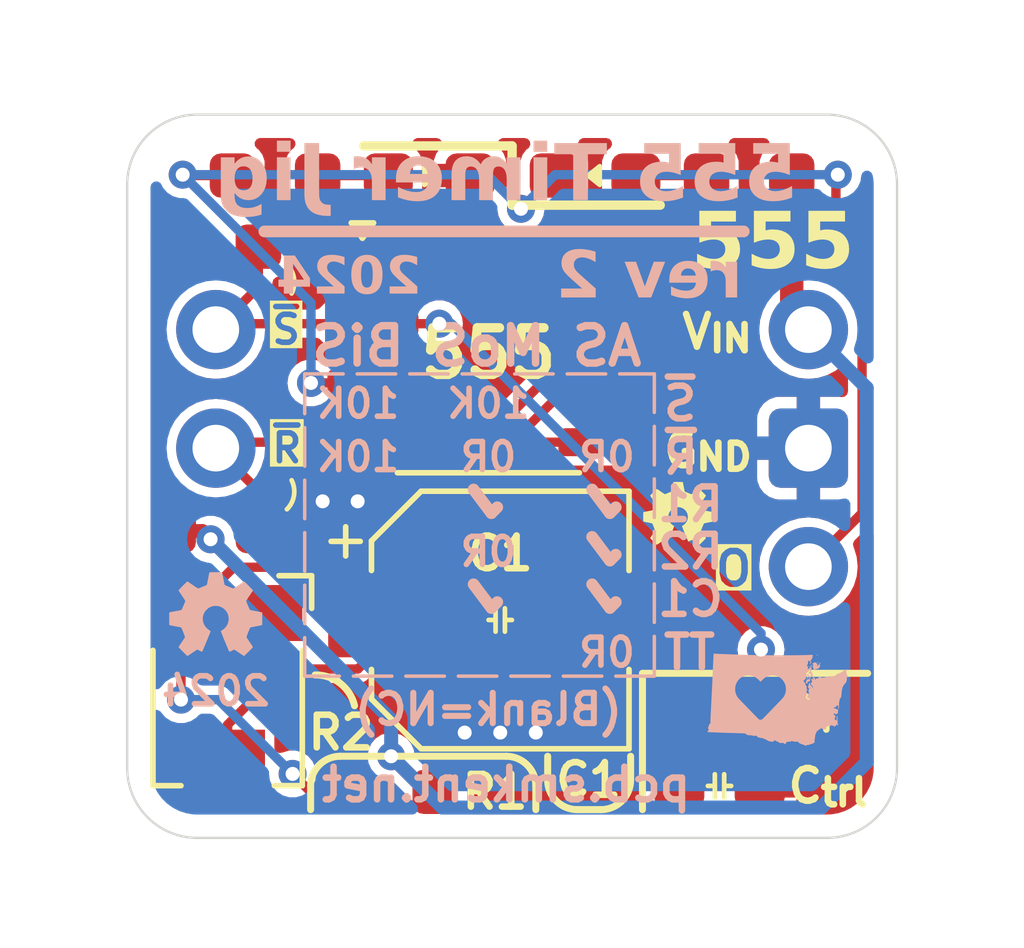
<source format=kicad_pcb>
(kicad_pcb (version 20240108) (generator "pcbnew") (generator_version "8.0")
  (layers (0 "F.Cu" signal) (31 "B.Cu" signal) (34 "B.Paste" user) (35 "F.Paste" user) (36 "B.SilkS" user "B.Silkscreen") (37 "F.SilkS" user "F.Silkscreen") (38 "B.Mask" user) (39 "F.Mask" user) (44 "Edge.Cuts" user))
  (net 0 "")
  (net 1 "Net-(U1-Control)")
  (net 2 "+5V")
  (net 3 "Net-(U1-Threshold)")
  (net 4 "Net-(U1-Discharge)")
  (net 5 "Output")
  (net 6 "~{R}")
  (net 7 "GND")
  (net 8 "~{S}")
  (net 9 "Net-(LED1-A)")
  (net 10 "Net-(LED2-A)")
  (footprint "custom:C_0603_1608Metric_Pad1.08x0.95mm_HandSolder" (layer "F.Cu") (at 135.255 93.599)
    (property "Reference" "C0" (hide yes))
    (property "Value" "0u1")
    (pad "1" smd roundrect (at -0.8625 0) (size 1.075 0.95) (layers "F.Cu" "F.Paste" "F.Mask") (net 1 "Net-(U1-Control)"))
    (pad "2" smd roundrect (at 0.8625 0) (size 1.075 0.95) (layers "F.Cu" "F.Paste" "F.Mask") (net 7 "GND"))
  )
  (footprint "custom:R_0603_1608Metric_Pad0.98x0.95mm_HandSolder_simple" (layer "F.Cu") (at 135.89 80.518 180)
    (property "Reference" "R5" (hide yes))
    (property "Value" "1K")
    (pad "1" smd roundrect (at -0.9125 0 180) (size 0.975 0.95) (layers "F.Cu" "F.Paste" "F.Mask") (net 2 "+5V"))
    (pad "2" smd roundrect (at 0.9125 0 180) (size 0.975 0.95) (layers "F.Cu" "F.Paste" "F.Mask") (net 9 "Net-(LED1-A)"))
  )
  (footprint "Package_SO:SOIC-8_3.9x4.9mm_P1.27mm" (layer "F.Cu") (at 130.302 84.328)
    (property "Reference" "U1" (hide yes))
    (property "Value" "NE555")
    (pad "1" smd roundrect (at -2.475 -1.905) (size 1.95 0.6) (layers "F.Cu" "F.Paste" "F.Mask") (net 7 "GND"))
    (pad "2" smd roundrect (at -2.475 -0.635) (size 1.95 0.6) (layers "F.Cu" "F.Paste" "F.Mask") (net 8 "~{S}"))
    (pad "3" smd roundrect (at -2.475 0.635) (size 1.95 0.6) (layers "F.Cu" "F.Paste" "F.Mask") (net 5 "Output"))
    (pad "4" smd roundrect (at -2.475 1.905) (size 1.95 0.6) (layers "F.Cu" "F.Paste" "F.Mask") (net 6 "~{R}"))
    (pad "5" smd roundrect (at 2.475 1.905) (size 1.95 0.6) (layers "F.Cu" "F.Paste" "F.Mask") (net 1 "Net-(U1-Control)"))
    (pad "6" smd roundrect (at 2.475 0.635) (size 1.95 0.6) (layers "F.Cu" "F.Paste" "F.Mask") (net 3 "Net-(U1-Threshold)"))
    (pad "7" smd roundrect (at 2.475 -0.635) (size 1.95 0.6) (layers "F.Cu" "F.Paste" "F.Mask") (net 4 "Net-(U1-Discharge)"))
    (pad "8" smd roundrect (at 2.475 -1.905) (size 1.95 0.6) (layers "F.Cu" "F.Paste" "F.Mask") (net 2 "+5V"))
  )
  (footprint "custom:C_Combo_CP_Elec_5x5.4" (layer "F.Cu") (at 130.556 90.043)
    (property "Reference" "C1" (hide yes))
    (property "Value" "1u")
    (pad "1" smd roundrect (at -2 0) (size 3.375 1.6) (layers "F.Cu" "F.Paste" "F.Mask") (roundrect_rratio 0.15625) (net 3 "Net-(U1-Threshold)"))
    (pad "2" smd roundrect (at 2 0) (size 3.375 1.6) (layers "F.Cu" "F.Paste" "F.Mask") (roundrect_rratio 0.15625) (net 7 "GND"))
  )
  (footprint "custom:R_0603_1608Metric_Pad0.98x0.95mm_HandSolder_simple" (layer "F.Cu") (at 125.73 80.518)
    (property "Reference" "R6" (hide yes))
    (property "Value" "1K")
    (pad "1" smd roundrect (at -0.9125 0) (size 0.975 0.95) (layers "F.Cu" "F.Paste" "F.Mask") (net 5 "Output"))
    (pad "2" smd roundrect (at 0.9125 0) (size 0.975 0.95) (layers "F.Cu" "F.Paste" "F.Mask") (net 10 "Net-(LED2-A)"))
  )
  (footprint "custom:R_0603_1608Metric_Pad0.98x0.95mm_HandSolder_simple" (layer "F.Cu") (at 124.46 88.138 180)
    (property "Reference" "R0" (hide yes))
    (property "Value" "0R")
    (pad "1" smd roundrect (at -0.9125 0 180) (size 0.975 0.95) (layers "F.Cu" "F.Paste" "F.Mask") (net 6 "~{R}"))
    (pad "2" smd roundrect (at 0.9125 0 180) (size 0.975 0.95) (layers "F.Cu" "F.Paste" "F.Mask") (net 2 "+5V"))
  )
  (footprint "custom:LED_0603_1608Metric_Pad1.05x0.95mm_HandSolder_simple" (layer "F.Cu") (at 132.588 80.518)
    (property "Reference" "LED1" (hide yes))
    (property "Value" "LED_Small")
    (pad "1" smd roundrect (at -0.875 0) (size 1.05 0.95) (layers "F.Cu" "F.Paste" "F.Mask") (net 5 "Output"))
    (pad "2" smd roundrect (at 0.875 0) (size 1.05 0.95) (layers "F.Cu" "F.Paste" "F.Mask") (net 9 "Net-(LED1-A)"))
  )
  (footprint "custom:LED_0603_1608Metric_Pad1.05x0.95mm_HandSolder_simple" (layer "F.Cu") (at 129.032 80.518 180)
    (property "Reference" "LED2" (hide yes))
    (property "Value" "LED_Small")
    (pad "1" smd roundrect (at -0.875 0 180) (size 1.05 0.95) (layers "F.Cu" "F.Paste" "F.Mask") (net 7 "GND"))
    (pad "2" smd roundrect (at 0.875 0 180) (size 1.05 0.95) (layers "F.Cu" "F.Paste" "F.Mask") (net 10 "Net-(LED2-A)"))
  )
  (footprint "custom:R_0603_1608Metric_Pad0.98x0.95mm_HandSolder_simple" (layer "F.Cu") (at 135.255 92.075 180)
    (property "Reference" "R3" (hide yes))
    (property "Value" "0R")
    (pad "1" smd roundrect (at -0.9125 0 180) (size 0.975 0.95) (layers "F.Cu" "F.Paste" "F.Mask") (net 8 "~{S}"))
    (pad "2" smd roundrect (at 0.9125 0 180) (size 0.975 0.95) (layers "F.Cu" "F.Paste" "F.Mask") (net 3 "Net-(U1-Threshold)"))
  )
  (footprint "custom:R_0603_1608Metric_Pad0.98x0.95mm_HandSolder_simple" (layer "F.Cu") (at 124.46 82.042 180)
    (property "Reference" "R4" (hide yes))
    (property "Value" "0R")
    (pad "1" smd roundrect (at -0.9125 0 180) (size 0.975 0.95) (layers "F.Cu" "F.Paste" "F.Mask") (net 8 "~{S}"))
    (pad "2" smd roundrect (at 0.9125 0 180) (size 0.975 0.95) (layers "F.Cu" "F.Paste" "F.Mask") (net 2 "+5V"))
  )
  (footprint "graphics:oshw-logo-1.5mm" (layer "F.Cu") (at 134.366 87.757)
    (property "Reference" "G***" (hide yes))
    (property "Value" "LOGO" (hide yes))
  )
  (footprint "discrete:Potentiometer_3.8mmx3.0mm_Vertical" (layer "F.Cu") (at 124.714 91.694 -90)
    (property "Reference" "RV1" (hide yes))
    (property "Value" "500K")
    (pad "1" smd rect (at -1.8 -1 270) (size 1.2 1.2) (layers "F.Cu" "F.Paste" "F.Mask"))
    (pad "2" smd rect (at 1.45 0 270) (size 1.5 1.6) (layers "F.Cu" "F.Paste" "F.Mask") (net 3 "Net-(U1-Threshold)"))
    (pad "3" smd rect (at -1.8 1 270) (size 1.2 1.2) (layers "F.Cu" "F.Paste" "F.Mask") (net 4 "Net-(U1-Discharge)"))
  )
  (footprint "custom:R_0603_1608Metric_Pad0.98x0.95mm_HandSolder_simple" (layer "F.Cu") (at 128.25 93.726 180)
    (property "Reference" "R1" (hide yes))
    (property "Value" "10K")
    (pad "1" smd roundrect (at -0.9125 0 180) (size 0.975 0.95) (layers "F.Cu" "F.Paste" "F.Mask") (net 2 "+5V"))
    (pad "2" smd roundrect (at 0.9125 0 180) (size 0.975 0.95) (layers "F.Cu" "F.Paste" "F.Mask") (net 4 "Net-(U1-Discharge)"))
  )
  (footprint "graphics:oshw-logo-2mm" (layer "B.Cu") (at 124.46 89.916 180)
    (property "Reference" "G***" (hide yes))
    (property "Value" "LOGO" (hide yes))
  )
  (footprint "custom:PinHeader_1x03_P2.54mm_Vertical_simple_pad2gnd" (layer "B.Cu") (at 137.16 83.82 180)
    (property "Reference" "J1" (hide yes))
    (property "Value" "Pin headers")
    (pad "1" thru_hole circle (at 0 0 180) (size 1.7 1.7) (drill 1) (layers "*.Cu" "*.Mask") (net 2 "+5V"))
    (pad "2" thru_hole roundrect (at 0 -2.54 180) (size 1.7 1.7) (drill 1) (layers "*.Cu" "*.Mask") (roundrect_rratio 0.1470588235) (net 7 "GND"))
    (pad "3" thru_hole oval (at 0 -5.08 180) (size 1.7 1.7) (drill 1) (layers "*.Cu" "*.Mask") (net 5 "Output"))
  )
  (footprint "custom:PinHeader_1x02_P2.54mm_Vertical_simple" (layer "B.Cu") (at 124.46 83.82 180)
    (property "Reference" "J2" (hide yes))
    (property "Value" "Pin headers")
    (pad "1" thru_hole oval (at 0 0 180) (size 1.7 1.7) (drill 1) (layers "*.Cu" "*.Mask") (net 8 "~{S}"))
    (pad "2" thru_hole oval (at 0 -2.54 180) (size 1.7 1.7) (drill 1) (layers "*.Cu" "*.Mask") (net 6 "~{R}"))
  )
  (footprint "graphics:wa-state-heart-3mm" (layer "B.Cu") (at 136.5 91.75 180)
    (property "Reference" "G***" (hide yes))
    (property "Value" "LOGO" (hide yes))
  )
  (gr_line (start 133.0325 89.659) (end 132.9055 89.786) (stroke (width 0.25)) (layer "B.SilkS"))
  (gr_line (start 132.9055 89.786) (end 132.5245 89.278) (stroke (width 0.25)) (layer "B.SilkS"))
  (gr_line (start 130.4925 87.627) (end 130.3655 87.754) (stroke (width 0.25)) (layer "B.SilkS"))
  (gr_line (start 125.5 81.716) (end 135.775 81.716) (stroke (width 0.25)) (layer "B.SilkS"))
  (gr_line (start 132.9055 87.754) (end 132.5245 87.246) (stroke (width 0.25)) (layer "B.SilkS"))
  (gr_line (start 133.0325 88.643) (end 132.9055 88.77) (stroke (width 0.25)) (layer "B.SilkS"))
  (gr_line (start 133.0325 87.627) (end 132.9055 87.754) (stroke (width 0.25)) (layer "B.SilkS"))
  (gr_line (start 130.3655 89.786) (end 129.9845 89.278) (stroke (width 0.25)) (layer "B.SilkS"))
  (gr_rect (start 126.365 84.7695) (end 133.858 91.2465) (stroke (width 0.075) (type dash)) (fill none) (layer "B.SilkS"))
  (gr_line (start 130.4925 89.659) (end 130.3655 89.786) (stroke (width 0.25)) (layer "B.SilkS"))
  (gr_line (start 132.9055 88.77) (end 132.5245 88.262) (stroke (width 0.25)) (layer "B.SilkS"))
  (gr_line (start 130.3655 87.754) (end 129.9845 87.246) (stroke (width 0.25)) (layer "B.SilkS"))
  (gr_line (start 126.492 93.599) (end 126.492 94.107) (stroke (width 0.15)) (layer "F.SilkS"))
  (gr_arc (start 126.588803 91.22098) (mid 127.127 91.401788) (end 127.432934 91.880068) (stroke (width 0.15)) (layer "F.SilkS"))
  (gr_line (start 131.318 93.599) (end 131.318 94.107) (stroke (width 0.15)) (layer "F.SilkS"))
  (gr_line (start 133.35 93.472) (end 133.35 92.964) (stroke (width 0.15)) (layer "F.SilkS"))
  (gr_line (start 133.604 91.186) (end 138.43 91.186) (stroke (width 0.15)) (layer "F.SilkS"))
  (gr_line (start 127.635 79.883) (end 130.81 79.883) (stroke (width 0.2)) (layer "F.SilkS"))
  (gr_line (start 130.81 81.153) (end 130.81 79.883) (stroke (width 0.2)) (layer "F.SilkS"))
  (gr_line (start 132.715 94.107) (end 132.207 94.107) (stroke (width 0.15)) (layer "F.SilkS"))
  (gr_arc (start 126.492 93.599) (mid 126.677987 93.149987) (end 127.127 92.964) (stroke (width 0.15)) (layer "F.SilkS"))
  (gr_arc (start 133.35 93.472) (mid 133.164013 93.921013) (end 132.715 94.107) (stroke (width 0.15)) (layer "F.SilkS"))
  (gr_arc (start 132.207 94.107) (mid 131.757987 93.921013) (end 131.572 93.472) (stroke (width 0.15)) (layer "F.SilkS"))
  (gr_line (start 133.604 94.107) (end 133.604 91.186) (stroke (width 0.15)) (layer "F.SilkS"))
  (gr_line (start 130.81 81.153) (end 133.985 81.153) (stroke (width 0.2)) (layer "F.SilkS"))
  (gr_line (start 130.683 92.964) (end 127.127 92.964) (stroke (width 0.15)) (layer "F.SilkS"))
  (gr_arc (start 130.683 92.964) (mid 131.132013 93.149987) (end 131.318 93.599) (stroke (width 0.15)) (layer "F.SilkS"))
  (gr_arc (start 126.084931 87.048726) (mid 126.134858 87.376) (end 125.984 87.670691) (stroke (width 0.1)) (layer "F.SilkS"))
  (gr_arc (start 125.984 82.423) (mid 126.134858 82.717691) (end 126.084931 83.044965) (stroke (width 0.1)) (layer "F.SilkS"))
  (gr_line (start 131.572 93.472) (end 131.572 92.964) (stroke (width 0.15)) (layer "F.SilkS"))
  (gr_poly (pts (arc (start 137.56 94.713) (mid 138.62066 94.27366) (end 139.06 93.213)) (arc (start 139.06 80.713) (mid 138.62066 79.65234) (end 137.56 79.213)) (arc (start 124.06 79.213) (mid 122.99934 79.65234) (end 122.56 80.713)) (arc (start 122.56 93.213) (mid 122.99934 94.27366) (end 124.06 94.713))) (stroke (width 0.05)) (fill none) (layer "Edge.Cuts"))
  (gr_text "0R" (at 130.302 86.5475 0) (layer "B.SilkS") (effects (font (size 0.6 0.6) (thickness 0.12) (bold yes)) (justify mirror)))
  (gr_text "10K" (at 127.508 86.5475 0) (layer "B.SilkS") (effects (font (size 0.6 0.6) (thickness 0.12) (bold yes)) (justify mirror)))
  (gr_text "0R" (at 132.842 90.7385 0) (layer "B.SilkS") (effects (font (size 0.6 0.6) (thickness 0.12) (bold yes)) (justify mirror)))
  (gr_text "R2" (at 133.858 88.5795 0) (layer "B.SilkS") (effects (font (size 0.7 0.7) (thickness 0.14) (bold yes)) (justify right mirror)))
  (gr_text "10K" (at 130.302 85.4045 0) (layer "B.SilkS") (effects (font (size 0.6 0.6) (thickness 0.12) (bold yes)) (justify mirror)))
  (gr_text "2024" (at 124.46 91.567 0) (layer "B.SilkS") (effects (font (size 0.6 0.6) (thickness 0.12) (bold yes)) (justify mirror)))
  (gr_text "0R" (at 132.842 86.5475 0) (layer "B.SilkS") (effects (font (size 0.6 0.6) (thickness 0.12) (bold yes)) (justify mirror)))
  (gr_text "0R" (at 130.302 88.5795 0) (layer "B.SilkS") (effects (font (size 0.6 0.6) (thickness 0.12) (bold yes)) (justify mirror)))
  (gr_text "pcb.smkent.net" (at 130.683 93.98 0) (layer "B.SilkS") (effects (font (size 0.7 0.7) (thickness 0.14) (bold yes)) (justify bottom mirror)))
  (gr_text "MoS" (at 130.302 84.6425 0) (layer "B.SilkS") (effects (font (size 0.8 0.8) (thickness 0.16) (bold yes)) (justify bottom mirror)))
  (gr_text "~{S}" (at 133.985 85.4045 0) (layer "B.SilkS") (effects (font (size 0.7 0.7) (thickness 0.14) (bold yes)) (justify right mirror)))
  (gr_text "2024" (at 125.75 82.716 0) (layer "B.SilkS") (effects (font (size 0.8 0.8) (thickness 0.24) (bold yes)) (justify right mirror)))
  (gr_text "TT" (at 133.985 90.7385 0) (layer "B.SilkS") (effects (font (size 0.7 0.7) (thickness 0.14) (bold yes)) (justify right mirror)))
  (gr_text "AS" (at 132.842 84.6425 0) (layer "B.SilkS") (effects (font (size 0.8 0.8) (thickness 0.16) (bold yes)) (justify bottom mirror)))
  (gr_text "(Blank=NC)" (at 130.302 91.5795 0) (layer "B.SilkS") (effects (font (size 0.65 0.65) (thickness 0.13) (bold yes)) (justify top mirror)))
  (gr_text "555 Timer Jig" (at 130.683 81.25 0) (layer "B.SilkS") (effects (font (size 1.2 1.2) (thickness 0.24) (bold yes)) (justify bottom mirror)))
  (gr_text "BiS" (at 127.508 84.6425 0) (layer "B.SilkS") (effects (font (size 0.8 0.8) (thickness 0.16) (bold yes)) (justify bottom mirror)))
  (gr_text "R1" (at 133.858 87.5635 0) (layer "B.SilkS") (effects (font (size 0.7 0.7) (thickness 0.14) (bold yes)) (justify right mirror)))
  (gr_text "C1" (at 133.858 89.5955 0) (layer "B.SilkS") (effects (font (size 0.7 0.7) (thickness 0.14) (bold yes)) (justify right mirror)))
  (gr_text "rev 2" (at 135.75 82.716 0) (layer "B.SilkS") (effects (font (size 1 1) (thickness 0.24) (bold yes)) (justify left mirror)))
  (gr_text "10K" (at 127.508 85.4045 0) (layer "B.SilkS") (effects (font (size 0.6 0.6) (thickness 0.12) (bold yes)) (justify mirror)))
  (gr_text "~{R}" (at 133.985 86.5475 0) (layer "B.SilkS") (effects (font (size 0.7 0.7) (thickness 0.14) (bold yes)) (justify right mirror)))
  (gr_text "C1" (at 133.223 93.472 0) (layer "F.SilkS") (effects (font (size 0.7 0.7) (thickness 0.14) (bold yes)) (justify right)))
  (gr_text "C_{trl}" (at 136.652 93.599 0) (layer "F.SilkS") (effects (font (size 0.7 0.7) (thickness 0.14) (bold yes)) (justify left)))
  (gr_text "555" (at 136.398 82 0) (layer "F.SilkS") (effects (font (size 1.2 1.2) (thickness 0.2) (bold yes))))
  (gr_text "R2" (at 126.365 92.456 0) (layer "F.SilkS") (effects (font (size 0.7 0.7) (thickness 0.14) (bold yes)) (justify left)))
  (gr_text "G_{ND}" (at 136.017 86.408 0) (layer "F.SilkS") (effects (font (size 0.7 0.7) (thickness 0.14) (bold yes)) (justify right)))
  (gr_text "TT" (at 136.652 92.075 0) (layer "F.SilkS") (effects (font (size 0.7 0.7) (thickness 0.14) (bold yes)) (justify left)))
  (gr_text "V_{IN}" (at 136.017 83.868 0) (layer "F.SilkS") (effects (font (size 0.7 0.7) (thickness 0.14) (bold yes)) (justify right)))
  (gr_text "~{R}" (at 125.603 86.36 0) (layer "F.SilkS" knockout) (effects (font (size 0.6 0.6) (thickness 0.12) (bold yes)) (justify left)))
  (gr_text "O" (at 136.017 88.948 0) (layer "F.SilkS" knockout) (effects (font (size 0.7 0.7) (thickness 0.14) (bold yes)) (justify right)))
  (gr_text "555" (at 130.302 84.328 0) (layer "F.SilkS") (effects (font (size 1 1) (thickness 0.2) (bold yes))))
  (gr_text "C1" (at 130.556 89.027 0) (layer "F.SilkS") (effects (font (size 0.7 0.7) (thickness 0.14) (bold yes)) (justify bottom)))
  (gr_text "R1" (at 129.667 93.726 0) (layer "F.SilkS") (effects (font (size 0.7 0.7) (thickness 0.14) (bold yes)) (justify left)))
  (gr_text "~{S}" (at 125.603 83.82 0) (layer "F.SilkS" knockout) (effects (font (size 0.6 0.6) (thickness 0.12) (bold yes)) (justify left)))
  (segment (start 135.13 92.8615) (end 135.13 91.608278) (width 0.2) (layer "F.Cu") (net 1))
  (segment (start 130.697686 91.27) (end 130.556 91.128314) (width 0.2) (layer "F.Cu") (net 1))
  (segment (start 130.556 91.128314) (end 130.556 87.052686) (width 0.2) (layer "F.Cu") (net 1))
  (segment (start 131.375686 86.233) (end 132.777 86.233) (width 0.2) (layer "F.Cu") (net 1))
  (segment (start 135.13 91.608278) (end 134.791722 91.27) (width 0.2) (layer "F.Cu") (net 1))
  (segment (start 134.3925 93.599) (end 135.13 92.8615) (width 0.2) (layer "F.Cu") (net 1))
  (segment (start 134.791722 91.27) (end 130.697686 91.27) (width 0.2) (layer "F.Cu") (net 1))
  (segment (start 130.556 87.052686) (end 131.375686 86.233) (width 0.2) (layer "F.Cu") (net 1))
  (segment (start 123.5475 82.042) (end 123.5475 82.7005) (width 0.3) (layer "F.Cu") (net 2))
  (segment (start 128.98 93.726) (end 129.1625 93.726) (width 0.3) (layer "F.Cu") (net 2))
  (segment (start 136.8025 82.25) (end 136.8025 83.4625) (width 0.5) (layer "F.Cu") (net 2))
  (segment (start 124.173705 88.138) (end 123.5475 88.138) (width 0.3) (layer "F.Cu") (net 2))
  (segment (start 128.218 92.964) (end 128.98 93.726) (width 0.3) (layer "F.Cu") (net 2))
  (segment (start 136.8025 80.518) (end 136.8025 82.25) (width 0.5) (layer "F.Cu") (net 2))
  (segment (start 123.5475 87.4795) (end 123.5475 88.138) (width 0.3) (layer "F.Cu") (net 2))
  (segment (start 123.21 87.142) (end 123.5475 87.4795) (width 0.3) (layer "F.Cu") (net 2))
  (segment (start 136.8025 82.25) (end 136.6295 82.423) (width 0.5) (layer "F.Cu") (net 2))
  (segment (start 124.348705 88.313) (end 124.173705 88.138) (width 0.3) (layer "F.Cu") (net 2))
  (segment (start 136.8025 83.4625) (end 137.16 83.82) (width 0.5) (layer "F.Cu") (net 2))
  (segment (start 123.5475 82.7005) (end 123.21 83.038) (width 0.3) (layer "F.Cu") (net 2))
  (segment (start 136.6295 82.423) (end 132.777 82.423) (width 0.5) (layer "F.Cu") (net 2))
  (segment (start 123.21 83.038) (end 123.21 87.142) (width 0.3) (layer "F.Cu") (net 2))
  (via (at 124.348705 88.313) (size 0.6) (drill 0.3) (layers "F.Cu" "B.Cu") (net 2))
  (via (at 128.218 92.964) (size 0.6) (drill 0.3) (layers "F.Cu" "B.Cu") (net 2))
  (segment (start 128.218 92.964) (end 128.218 92.182295) (width 0.3) (layer "B.Cu") (net 2))
  (segment (start 128.218 92.964) (end 129.317 94.063) (width 0.3) (layer "B.Cu") (net 2))
  (segment (start 128.218 92.182295) (end 124.348705 88.313) (width 0.3) (layer "B.Cu") (net 2))
  (segment (start 138.41 93.09) (end 138.41 85.07) (width 0.3) (layer "B.Cu") (net 2))
  (segment (start 137.437 94.063) (end 138.41 93.09) (width 0.3) (layer "B.Cu") (net 2))
  (segment (start 129.317 94.063) (end 137.437 94.063) (width 0.3) (layer "B.Cu") (net 2))
  (segment (start 138.41 85.07) (end 137.16 83.82) (width 0.3) (layer "B.Cu") (net 2))
  (segment (start 128.556 90.043) (end 128.556 88.487) (width 0.2) (layer "F.Cu") (net 3))
  (segment (start 128.556 90.043) (end 130.369 91.856) (width 0.2) (layer "F.Cu") (net 3))
  (segment (start 128.556 88.487) (end 132.08 84.963) (width 0.2) (layer "F.Cu") (net 3))
  (segment (start 134.1235 91.856) (end 134.3425 92.075) (width 0.2) (layer "F.Cu") (net 3))
  (segment (start 132.08 84.963) (end 132.777 84.963) (width 0.2) (layer "F.Cu") (net 3))
  (segment (start 127.505 91.094) (end 125.906 91.094) (width 0.2) (layer "F.Cu") (net 3))
  (segment (start 128.556 90.043) (end 127.505 91.094) (width 0.2) (layer "F.Cu") (net 3))
  (segment (start 124.714 92.286) (end 124.714 93.344) (width 0.2) (layer "F.Cu") (net 3))
  (segment (start 125.906 91.094) (end 124.714 92.286) (width 0.2) (layer "F.Cu") (net 3))
  (segment (start 130.369 91.856) (end 134.1235 91.856) (width 0.2) (layer "F.Cu") (net 3))
  (segment (start 127.495 88.913) (end 124.845 88.913) (width 0.2) (layer "F.Cu") (net 4))
  (segment (start 127.3375 93.726) (end 126.490002 93.726) (width 0.2) (layer "F.Cu") (net 4))
  (segment (start 132.431448 83.693) (end 132.777 83.693) (width 0.2) (layer "F.Cu") (net 4))
  (segment (start 124.845 88.913) (end 123.714 90.044) (width 0.2) (layer "F.Cu") (net 4))
  (segment (start 127.495 88.913) (end 131.502 84.906) (width 0.2) (layer "F.Cu") (net 4))
  (segment (start 131.502 84.906) (end 131.502 84.622448) (width 0.2) (layer "F.Cu") (net 4))
  (segment (start 131.502 84.622448) (end 132.431448 83.693) (width 0.2) (layer "F.Cu") (net 4))
  (segment (start 123.714 90.044) (end 123.714 89.392) (width 0.2) (layer "F.Cu") (net 4))
  (segment (start 123.714 91.75) (end 123.714 90.044) (width 0.2) (layer "F.Cu") (net 4))
  (segment (start 126.490002 93.726) (end 126.105766 93.341764) (width 0.2) (layer "F.Cu") (net 4))
  (via (at 126.105766 93.341764) (size 0.6) (drill 0.3) (layers "F.Cu" "B.Cu") (net 4))
  (via (at 123.714 91.75) (size 0.6) (drill 0.3) (layers "F.Cu" "B.Cu") (net 4))
  (segment (start 124.514002 91.75) (end 126.105766 93.341764) (width 0.2) (layer "B.Cu") (net 4))
  (segment (start 123.714 91.75) (end 124.514002 91.75) (width 0.2) (layer "B.Cu") (net 4))
  (segment (start 137.75 80.54) (end 137.79 80.5) (width 0.2) (layer "F.Cu") (net 5))
  (segment (start 137.16 88.9) (end 138.31 87.75) (width 0.2) (layer "F.Cu") (net 5))
  (segment (start 138.31 83.06) (end 137.75 82.5) (width 0.2) (layer "F.Cu") (net 5))
  (segment (start 137.75 82.5) (end 137.75 80.54) (width 0.2) (layer "F.Cu") (net 5))
  (segment (start 124.8175 80.518) (end 123.768 80.518) (width 0.2) (layer "F.Cu") (net 5))
  (segment (start 126.5 84.963) (end 127.827 84.963) (width 0.2) (layer "F.Cu") (net 5))
  (segment (start 131 81.231) (end 131.713 80.518) (width 0.2) (layer "F.Cu") (net 5))
  (segment (start 123.768 80.518) (end 123.75 80.5) (width 0.2) (layer "F.Cu") (net 5))
  (segment (start 138.31 87.75) (end 138.31 83.06) (width 0.2) (layer "F.Cu") (net 5))
  (via (at 123.75 80.5) (size 0.6) (drill 0.3) (layers "F.Cu" "B.Cu") (net 5))
  (via (at 137.79 80.5) (size 0.6) (drill 0.3) (layers "F.Cu" "B.Cu") (net 5))
  (via (at 131 81.231) (size 0.6) (drill 0.3) (layers "F.Cu" "B.Cu") (net 5))
  (via (at 126.5 84.963) (size 0.6) (drill 0.3) (layers "F.Cu" "B.Cu") (net 5))
  (segment (start 126.5 84.963) (end 126.5 83.25) (width 0.2) (layer "B.Cu") (net 5))
  (segment (start 126.5 83.25) (end 123.75 80.5) (width 0.2) (layer "B.Cu") (net 5))
  (segment (start 131 81.231) (end 130.269 80.5) (width 0.2) (layer "B.Cu") (net 5))
  (segment (start 131.731 80.5) (end 137.79 80.5) (width 0.2) (layer "B.Cu") (net 5))
  (segment (start 130.269 80.5) (end 123.75 80.5) (width 0.2) (layer "B.Cu") (net 5))
  (segment (start 131 81.231) (end 131.731 80.5) (width 0.2) (layer "B.Cu") (net 5))
  (segment (start 125.3725 87.2725) (end 124.46 86.36) (width 0.2) (layer "F.Cu") (net 6))
  (segment (start 125.3725 88.138) (end 125.3725 87.2725) (width 0.2) (layer "F.Cu") (net 6))
  (segment (start 127.827 86.233) (end 124.587 86.233) (width 0.2) (layer "F.Cu") (net 6))
  (segment (start 124.587 86.233) (end 124.46 86.36) (width 0.2) (layer "F.Cu") (net 6))
  (via (at 130.556 92.456) (size 0.6) (drill 0.3) (layers "F.Cu" "B.Cu") (net 7))
  (via (at 131.318 92.456) (size 0.6) (drill 0.3) (layers "F.Cu" "B.Cu") (net 7))
  (via (at 126.75 87.5) (size 0.6) (drill 0.3) (layers "F.Cu" "B.Cu") (net 7))
  (via (at 129.794 92.456) (size 0.6) (drill 0.3) (layers "F.Cu" "B.Cu") (net 7))
  (via (at 127.5 87.5) (size 0.6) (drill 0.3) (layers "F.Cu" "B.Cu") (net 7))
  (segment (start 125.3725 82.9075) (end 124.46 83.82) (width 0.2) (layer "F.Cu") (net 8))
  (segment (start 124.587 83.693) (end 124.46 83.82) (width 0.2) (layer "F.Cu") (net 8))
  (segment (start 136.144 90.678) (end 136.144 92.0515) (width 0.2) (layer "F.Cu") (net 8))
  (segment (start 127.827 83.693) (end 124.587 83.693) (width 0.2) (layer "F.Cu") (net 8))
  (segment (start 136.144 92.0515) (end 136.1675 92.075) (width 0.2) (layer "F.Cu") (net 8))
  (segment (start 125.3725 82.042) (end 125.3725 82.9075) (width 0.2) (layer "F.Cu") (net 8))
  (segment (start 129.25 83.693) (end 127.827 83.693) (width 0.2) (layer "F.Cu") (net 8))
  (via (at 136.144 90.678) (size 0.6) (drill 0.3) (layers "F.Cu" "B.Cu") (net 8))
  (via (at 129.25 83.693) (size 0.6) (drill 0.3) (layers "F.Cu" "B.Cu") (net 8))
  (segment (start 129.25 83.693) (end 129.50976 83.693) (width 0.2) (layer "B.Cu") (net 8))
  (segment (start 129.50976 83.693) (end 136.144 90.32724) (width 0.2) (layer "B.Cu") (net 8))
  (segment (start 136.144 90.32724) (end 136.144 90.678) (width 0.2) (layer "B.Cu") (net 8))
  (segment (start 134.9775 80.518) (end 133.463 80.518) (width 0.2) (layer "F.Cu") (net 9))
  (segment (start 126.6425 80.518) (end 128.157 80.518) (width 0.2) (layer "F.Cu") (net 10))
  (zone (net 7) (net_name "GND") (layers "F&B.Cu") (connect_pads (clearance 0)) (min_thickness 0.25) (fill yes (thermal_gap 0.25) (thermal_bridge_width 0.5))
    (polygon (pts (xy 121.92 76.756) (xy 139.7 76.756) (xy 139.7 97.076) (xy 121.92 97.076)))
  )
)
</source>
